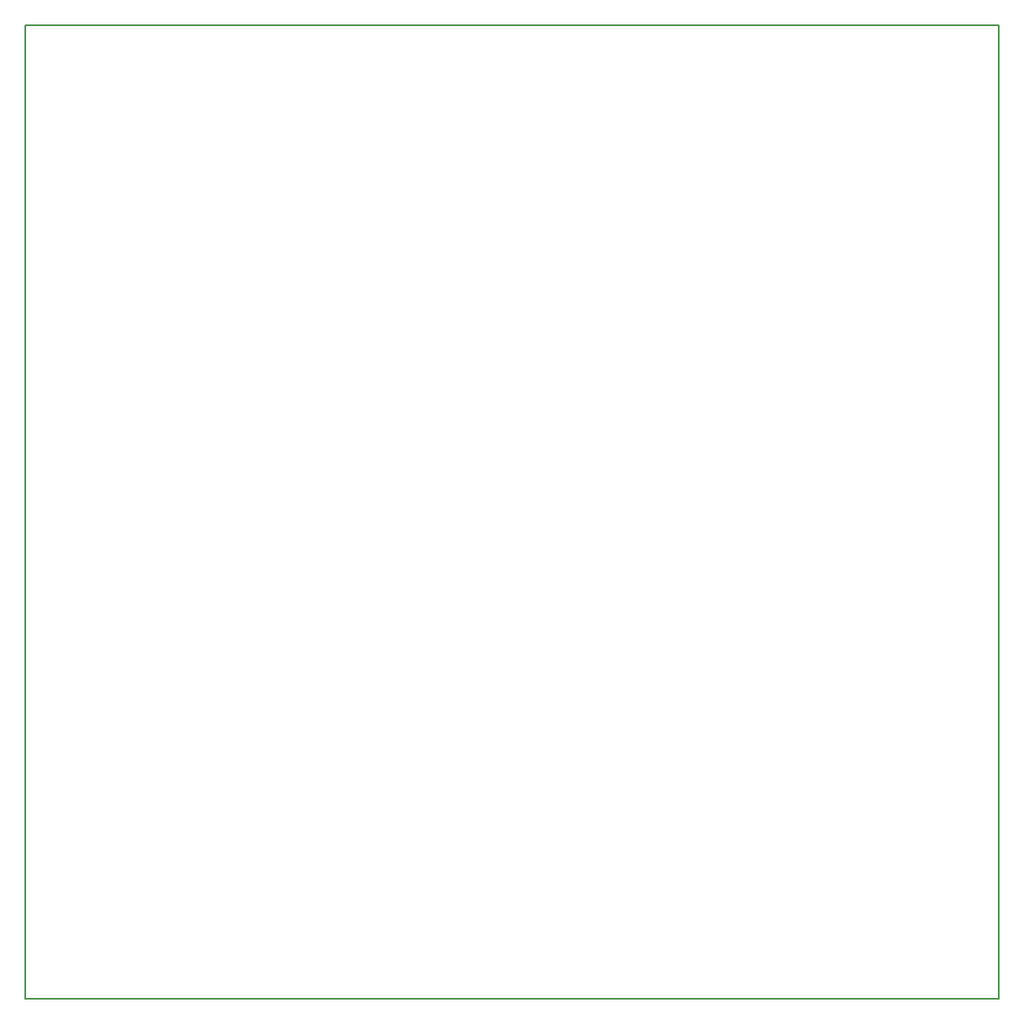
<source format=gbr>
G04 #@! TF.GenerationSoftware,KiCad,Pcbnew,5.0.1+dfsg1-3*
G04 #@! TF.CreationDate,2018-12-12T18:27:28+01:00*
G04 #@! TF.ProjectId,BitkanoneV2,4269746B616E6F6E6556322E6B696361,2.0*
G04 #@! TF.SameCoordinates,Original*
G04 #@! TF.FileFunction,Paste,Bot*
G04 #@! TF.FilePolarity,Positive*
%FSLAX46Y46*%
G04 Gerber Fmt 4.6, Leading zero omitted, Abs format (unit mm)*
G04 Created by KiCad (PCBNEW 5.0.1+dfsg1-3) date Mi 12 Dez 2018 18:27:28 CET*
%MOMM*%
%LPD*%
G01*
G04 APERTURE LIST*
%ADD10C,0.150000*%
G04 APERTURE END LIST*
D10*
X118000000Y-20000000D02*
X20000000Y-20000000D01*
X118000000Y-118000000D02*
X118000000Y-20000000D01*
X20000000Y-118000000D02*
X118000000Y-118000000D01*
X20000000Y-20000000D02*
X20000000Y-118000000D01*
M02*

</source>
